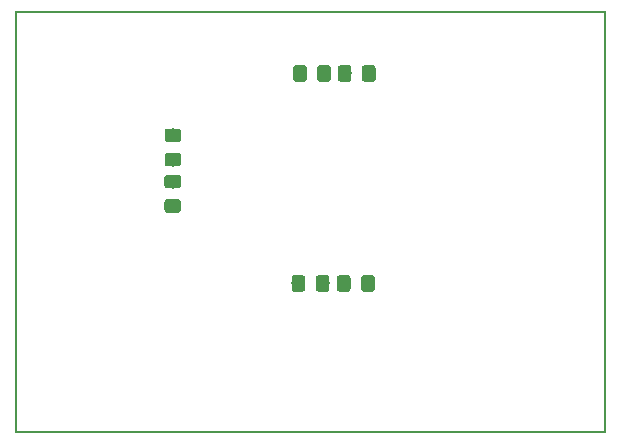
<source format=gbr>
G04 #@! TF.GenerationSoftware,KiCad,Pcbnew,(5.0.2)-1*
G04 #@! TF.CreationDate,2019-03-26T15:17:44-05:00*
G04 #@! TF.ProjectId,currentsense,63757272-656e-4747-9365-6e73652e6b69,rev?*
G04 #@! TF.SameCoordinates,Original*
G04 #@! TF.FileFunction,Paste,Top*
G04 #@! TF.FilePolarity,Positive*
%FSLAX46Y46*%
G04 Gerber Fmt 4.6, Leading zero omitted, Abs format (unit mm)*
G04 Created by KiCad (PCBNEW (5.0.2)-1) date 3/26/2019 3:17:44 PM*
%MOMM*%
%LPD*%
G01*
G04 APERTURE LIST*
%ADD10C,0.200000*%
%ADD11C,0.100000*%
%ADD12C,1.150000*%
G04 APERTURE END LIST*
D10*
X158470600Y-57480200D02*
X108597700Y-57480200D01*
X158483300Y-93091000D02*
X158483300Y-57467500D01*
X108597700Y-93091000D02*
X158483300Y-93091000D01*
X108597700Y-57467500D02*
X108597700Y-93091000D01*
D11*
G04 #@! TO.C,R3*
G36*
X132983005Y-62013804D02*
X133007273Y-62017404D01*
X133031072Y-62023365D01*
X133054171Y-62031630D01*
X133076350Y-62042120D01*
X133097393Y-62054732D01*
X133117099Y-62069347D01*
X133135277Y-62085823D01*
X133151753Y-62104001D01*
X133166368Y-62123707D01*
X133178980Y-62144750D01*
X133189470Y-62166929D01*
X133197735Y-62190028D01*
X133203696Y-62213827D01*
X133207296Y-62238095D01*
X133208500Y-62262599D01*
X133208500Y-63162601D01*
X133207296Y-63187105D01*
X133203696Y-63211373D01*
X133197735Y-63235172D01*
X133189470Y-63258271D01*
X133178980Y-63280450D01*
X133166368Y-63301493D01*
X133151753Y-63321199D01*
X133135277Y-63339377D01*
X133117099Y-63355853D01*
X133097393Y-63370468D01*
X133076350Y-63383080D01*
X133054171Y-63393570D01*
X133031072Y-63401835D01*
X133007273Y-63407796D01*
X132983005Y-63411396D01*
X132958501Y-63412600D01*
X132308499Y-63412600D01*
X132283995Y-63411396D01*
X132259727Y-63407796D01*
X132235928Y-63401835D01*
X132212829Y-63393570D01*
X132190650Y-63383080D01*
X132169607Y-63370468D01*
X132149901Y-63355853D01*
X132131723Y-63339377D01*
X132115247Y-63321199D01*
X132100632Y-63301493D01*
X132088020Y-63280450D01*
X132077530Y-63258271D01*
X132069265Y-63235172D01*
X132063304Y-63211373D01*
X132059704Y-63187105D01*
X132058500Y-63162601D01*
X132058500Y-62262599D01*
X132059704Y-62238095D01*
X132063304Y-62213827D01*
X132069265Y-62190028D01*
X132077530Y-62166929D01*
X132088020Y-62144750D01*
X132100632Y-62123707D01*
X132115247Y-62104001D01*
X132131723Y-62085823D01*
X132149901Y-62069347D01*
X132169607Y-62054732D01*
X132190650Y-62042120D01*
X132212829Y-62031630D01*
X132235928Y-62023365D01*
X132259727Y-62017404D01*
X132283995Y-62013804D01*
X132308499Y-62012600D01*
X132958501Y-62012600D01*
X132983005Y-62013804D01*
X132983005Y-62013804D01*
G37*
D12*
X132633500Y-62712600D03*
D11*
G36*
X135033005Y-62013804D02*
X135057273Y-62017404D01*
X135081072Y-62023365D01*
X135104171Y-62031630D01*
X135126350Y-62042120D01*
X135147393Y-62054732D01*
X135167099Y-62069347D01*
X135185277Y-62085823D01*
X135201753Y-62104001D01*
X135216368Y-62123707D01*
X135228980Y-62144750D01*
X135239470Y-62166929D01*
X135247735Y-62190028D01*
X135253696Y-62213827D01*
X135257296Y-62238095D01*
X135258500Y-62262599D01*
X135258500Y-63162601D01*
X135257296Y-63187105D01*
X135253696Y-63211373D01*
X135247735Y-63235172D01*
X135239470Y-63258271D01*
X135228980Y-63280450D01*
X135216368Y-63301493D01*
X135201753Y-63321199D01*
X135185277Y-63339377D01*
X135167099Y-63355853D01*
X135147393Y-63370468D01*
X135126350Y-63383080D01*
X135104171Y-63393570D01*
X135081072Y-63401835D01*
X135057273Y-63407796D01*
X135033005Y-63411396D01*
X135008501Y-63412600D01*
X134358499Y-63412600D01*
X134333995Y-63411396D01*
X134309727Y-63407796D01*
X134285928Y-63401835D01*
X134262829Y-63393570D01*
X134240650Y-63383080D01*
X134219607Y-63370468D01*
X134199901Y-63355853D01*
X134181723Y-63339377D01*
X134165247Y-63321199D01*
X134150632Y-63301493D01*
X134138020Y-63280450D01*
X134127530Y-63258271D01*
X134119265Y-63235172D01*
X134113304Y-63211373D01*
X134109704Y-63187105D01*
X134108500Y-63162601D01*
X134108500Y-62262599D01*
X134109704Y-62238095D01*
X134113304Y-62213827D01*
X134119265Y-62190028D01*
X134127530Y-62166929D01*
X134138020Y-62144750D01*
X134150632Y-62123707D01*
X134165247Y-62104001D01*
X134181723Y-62085823D01*
X134199901Y-62069347D01*
X134219607Y-62054732D01*
X134240650Y-62042120D01*
X134262829Y-62031630D01*
X134285928Y-62023365D01*
X134309727Y-62017404D01*
X134333995Y-62013804D01*
X134358499Y-62012600D01*
X135008501Y-62012600D01*
X135033005Y-62013804D01*
X135033005Y-62013804D01*
G37*
D12*
X134683500Y-62712600D03*
G04 #@! TD*
D11*
G04 #@! TO.C,R4*
G36*
X138746705Y-79793804D02*
X138770973Y-79797404D01*
X138794772Y-79803365D01*
X138817871Y-79811630D01*
X138840050Y-79822120D01*
X138861093Y-79834732D01*
X138880799Y-79849347D01*
X138898977Y-79865823D01*
X138915453Y-79884001D01*
X138930068Y-79903707D01*
X138942680Y-79924750D01*
X138953170Y-79946929D01*
X138961435Y-79970028D01*
X138967396Y-79993827D01*
X138970996Y-80018095D01*
X138972200Y-80042599D01*
X138972200Y-80942601D01*
X138970996Y-80967105D01*
X138967396Y-80991373D01*
X138961435Y-81015172D01*
X138953170Y-81038271D01*
X138942680Y-81060450D01*
X138930068Y-81081493D01*
X138915453Y-81101199D01*
X138898977Y-81119377D01*
X138880799Y-81135853D01*
X138861093Y-81150468D01*
X138840050Y-81163080D01*
X138817871Y-81173570D01*
X138794772Y-81181835D01*
X138770973Y-81187796D01*
X138746705Y-81191396D01*
X138722201Y-81192600D01*
X138072199Y-81192600D01*
X138047695Y-81191396D01*
X138023427Y-81187796D01*
X137999628Y-81181835D01*
X137976529Y-81173570D01*
X137954350Y-81163080D01*
X137933307Y-81150468D01*
X137913601Y-81135853D01*
X137895423Y-81119377D01*
X137878947Y-81101199D01*
X137864332Y-81081493D01*
X137851720Y-81060450D01*
X137841230Y-81038271D01*
X137832965Y-81015172D01*
X137827004Y-80991373D01*
X137823404Y-80967105D01*
X137822200Y-80942601D01*
X137822200Y-80042599D01*
X137823404Y-80018095D01*
X137827004Y-79993827D01*
X137832965Y-79970028D01*
X137841230Y-79946929D01*
X137851720Y-79924750D01*
X137864332Y-79903707D01*
X137878947Y-79884001D01*
X137895423Y-79865823D01*
X137913601Y-79849347D01*
X137933307Y-79834732D01*
X137954350Y-79822120D01*
X137976529Y-79811630D01*
X137999628Y-79803365D01*
X138023427Y-79797404D01*
X138047695Y-79793804D01*
X138072199Y-79792600D01*
X138722201Y-79792600D01*
X138746705Y-79793804D01*
X138746705Y-79793804D01*
G37*
D12*
X138397200Y-80492600D03*
D11*
G36*
X136696705Y-79793804D02*
X136720973Y-79797404D01*
X136744772Y-79803365D01*
X136767871Y-79811630D01*
X136790050Y-79822120D01*
X136811093Y-79834732D01*
X136830799Y-79849347D01*
X136848977Y-79865823D01*
X136865453Y-79884001D01*
X136880068Y-79903707D01*
X136892680Y-79924750D01*
X136903170Y-79946929D01*
X136911435Y-79970028D01*
X136917396Y-79993827D01*
X136920996Y-80018095D01*
X136922200Y-80042599D01*
X136922200Y-80942601D01*
X136920996Y-80967105D01*
X136917396Y-80991373D01*
X136911435Y-81015172D01*
X136903170Y-81038271D01*
X136892680Y-81060450D01*
X136880068Y-81081493D01*
X136865453Y-81101199D01*
X136848977Y-81119377D01*
X136830799Y-81135853D01*
X136811093Y-81150468D01*
X136790050Y-81163080D01*
X136767871Y-81173570D01*
X136744772Y-81181835D01*
X136720973Y-81187796D01*
X136696705Y-81191396D01*
X136672201Y-81192600D01*
X136022199Y-81192600D01*
X135997695Y-81191396D01*
X135973427Y-81187796D01*
X135949628Y-81181835D01*
X135926529Y-81173570D01*
X135904350Y-81163080D01*
X135883307Y-81150468D01*
X135863601Y-81135853D01*
X135845423Y-81119377D01*
X135828947Y-81101199D01*
X135814332Y-81081493D01*
X135801720Y-81060450D01*
X135791230Y-81038271D01*
X135782965Y-81015172D01*
X135777004Y-80991373D01*
X135773404Y-80967105D01*
X135772200Y-80942601D01*
X135772200Y-80042599D01*
X135773404Y-80018095D01*
X135777004Y-79993827D01*
X135782965Y-79970028D01*
X135791230Y-79946929D01*
X135801720Y-79924750D01*
X135814332Y-79903707D01*
X135828947Y-79884001D01*
X135845423Y-79865823D01*
X135863601Y-79849347D01*
X135883307Y-79834732D01*
X135904350Y-79822120D01*
X135926529Y-79811630D01*
X135949628Y-79803365D01*
X135973427Y-79797404D01*
X135997695Y-79793804D01*
X136022199Y-79792600D01*
X136672201Y-79792600D01*
X136696705Y-79793804D01*
X136696705Y-79793804D01*
G37*
D12*
X136347200Y-80492600D03*
G04 #@! TD*
D11*
G04 #@! TO.C,R5*
G36*
X132856005Y-79793804D02*
X132880273Y-79797404D01*
X132904072Y-79803365D01*
X132927171Y-79811630D01*
X132949350Y-79822120D01*
X132970393Y-79834732D01*
X132990099Y-79849347D01*
X133008277Y-79865823D01*
X133024753Y-79884001D01*
X133039368Y-79903707D01*
X133051980Y-79924750D01*
X133062470Y-79946929D01*
X133070735Y-79970028D01*
X133076696Y-79993827D01*
X133080296Y-80018095D01*
X133081500Y-80042599D01*
X133081500Y-80942601D01*
X133080296Y-80967105D01*
X133076696Y-80991373D01*
X133070735Y-81015172D01*
X133062470Y-81038271D01*
X133051980Y-81060450D01*
X133039368Y-81081493D01*
X133024753Y-81101199D01*
X133008277Y-81119377D01*
X132990099Y-81135853D01*
X132970393Y-81150468D01*
X132949350Y-81163080D01*
X132927171Y-81173570D01*
X132904072Y-81181835D01*
X132880273Y-81187796D01*
X132856005Y-81191396D01*
X132831501Y-81192600D01*
X132181499Y-81192600D01*
X132156995Y-81191396D01*
X132132727Y-81187796D01*
X132108928Y-81181835D01*
X132085829Y-81173570D01*
X132063650Y-81163080D01*
X132042607Y-81150468D01*
X132022901Y-81135853D01*
X132004723Y-81119377D01*
X131988247Y-81101199D01*
X131973632Y-81081493D01*
X131961020Y-81060450D01*
X131950530Y-81038271D01*
X131942265Y-81015172D01*
X131936304Y-80991373D01*
X131932704Y-80967105D01*
X131931500Y-80942601D01*
X131931500Y-80042599D01*
X131932704Y-80018095D01*
X131936304Y-79993827D01*
X131942265Y-79970028D01*
X131950530Y-79946929D01*
X131961020Y-79924750D01*
X131973632Y-79903707D01*
X131988247Y-79884001D01*
X132004723Y-79865823D01*
X132022901Y-79849347D01*
X132042607Y-79834732D01*
X132063650Y-79822120D01*
X132085829Y-79811630D01*
X132108928Y-79803365D01*
X132132727Y-79797404D01*
X132156995Y-79793804D01*
X132181499Y-79792600D01*
X132831501Y-79792600D01*
X132856005Y-79793804D01*
X132856005Y-79793804D01*
G37*
D12*
X132506500Y-80492600D03*
D11*
G36*
X134906005Y-79793804D02*
X134930273Y-79797404D01*
X134954072Y-79803365D01*
X134977171Y-79811630D01*
X134999350Y-79822120D01*
X135020393Y-79834732D01*
X135040099Y-79849347D01*
X135058277Y-79865823D01*
X135074753Y-79884001D01*
X135089368Y-79903707D01*
X135101980Y-79924750D01*
X135112470Y-79946929D01*
X135120735Y-79970028D01*
X135126696Y-79993827D01*
X135130296Y-80018095D01*
X135131500Y-80042599D01*
X135131500Y-80942601D01*
X135130296Y-80967105D01*
X135126696Y-80991373D01*
X135120735Y-81015172D01*
X135112470Y-81038271D01*
X135101980Y-81060450D01*
X135089368Y-81081493D01*
X135074753Y-81101199D01*
X135058277Y-81119377D01*
X135040099Y-81135853D01*
X135020393Y-81150468D01*
X134999350Y-81163080D01*
X134977171Y-81173570D01*
X134954072Y-81181835D01*
X134930273Y-81187796D01*
X134906005Y-81191396D01*
X134881501Y-81192600D01*
X134231499Y-81192600D01*
X134206995Y-81191396D01*
X134182727Y-81187796D01*
X134158928Y-81181835D01*
X134135829Y-81173570D01*
X134113650Y-81163080D01*
X134092607Y-81150468D01*
X134072901Y-81135853D01*
X134054723Y-81119377D01*
X134038247Y-81101199D01*
X134023632Y-81081493D01*
X134011020Y-81060450D01*
X134000530Y-81038271D01*
X133992265Y-81015172D01*
X133986304Y-80991373D01*
X133982704Y-80967105D01*
X133981500Y-80942601D01*
X133981500Y-80042599D01*
X133982704Y-80018095D01*
X133986304Y-79993827D01*
X133992265Y-79970028D01*
X134000530Y-79946929D01*
X134011020Y-79924750D01*
X134023632Y-79903707D01*
X134038247Y-79884001D01*
X134054723Y-79865823D01*
X134072901Y-79849347D01*
X134092607Y-79834732D01*
X134113650Y-79822120D01*
X134135829Y-79811630D01*
X134158928Y-79803365D01*
X134182727Y-79797404D01*
X134206995Y-79793804D01*
X134231499Y-79792600D01*
X134881501Y-79792600D01*
X134906005Y-79793804D01*
X134906005Y-79793804D01*
G37*
D12*
X134556500Y-80492600D03*
G04 #@! TD*
D11*
G04 #@! TO.C,R6*
G36*
X138817605Y-62013804D02*
X138841873Y-62017404D01*
X138865672Y-62023365D01*
X138888771Y-62031630D01*
X138910950Y-62042120D01*
X138931993Y-62054732D01*
X138951699Y-62069347D01*
X138969877Y-62085823D01*
X138986353Y-62104001D01*
X139000968Y-62123707D01*
X139013580Y-62144750D01*
X139024070Y-62166929D01*
X139032335Y-62190028D01*
X139038296Y-62213827D01*
X139041896Y-62238095D01*
X139043100Y-62262599D01*
X139043100Y-63162601D01*
X139041896Y-63187105D01*
X139038296Y-63211373D01*
X139032335Y-63235172D01*
X139024070Y-63258271D01*
X139013580Y-63280450D01*
X139000968Y-63301493D01*
X138986353Y-63321199D01*
X138969877Y-63339377D01*
X138951699Y-63355853D01*
X138931993Y-63370468D01*
X138910950Y-63383080D01*
X138888771Y-63393570D01*
X138865672Y-63401835D01*
X138841873Y-63407796D01*
X138817605Y-63411396D01*
X138793101Y-63412600D01*
X138143099Y-63412600D01*
X138118595Y-63411396D01*
X138094327Y-63407796D01*
X138070528Y-63401835D01*
X138047429Y-63393570D01*
X138025250Y-63383080D01*
X138004207Y-63370468D01*
X137984501Y-63355853D01*
X137966323Y-63339377D01*
X137949847Y-63321199D01*
X137935232Y-63301493D01*
X137922620Y-63280450D01*
X137912130Y-63258271D01*
X137903865Y-63235172D01*
X137897904Y-63211373D01*
X137894304Y-63187105D01*
X137893100Y-63162601D01*
X137893100Y-62262599D01*
X137894304Y-62238095D01*
X137897904Y-62213827D01*
X137903865Y-62190028D01*
X137912130Y-62166929D01*
X137922620Y-62144750D01*
X137935232Y-62123707D01*
X137949847Y-62104001D01*
X137966323Y-62085823D01*
X137984501Y-62069347D01*
X138004207Y-62054732D01*
X138025250Y-62042120D01*
X138047429Y-62031630D01*
X138070528Y-62023365D01*
X138094327Y-62017404D01*
X138118595Y-62013804D01*
X138143099Y-62012600D01*
X138793101Y-62012600D01*
X138817605Y-62013804D01*
X138817605Y-62013804D01*
G37*
D12*
X138468100Y-62712600D03*
D11*
G36*
X136767605Y-62013804D02*
X136791873Y-62017404D01*
X136815672Y-62023365D01*
X136838771Y-62031630D01*
X136860950Y-62042120D01*
X136881993Y-62054732D01*
X136901699Y-62069347D01*
X136919877Y-62085823D01*
X136936353Y-62104001D01*
X136950968Y-62123707D01*
X136963580Y-62144750D01*
X136974070Y-62166929D01*
X136982335Y-62190028D01*
X136988296Y-62213827D01*
X136991896Y-62238095D01*
X136993100Y-62262599D01*
X136993100Y-63162601D01*
X136991896Y-63187105D01*
X136988296Y-63211373D01*
X136982335Y-63235172D01*
X136974070Y-63258271D01*
X136963580Y-63280450D01*
X136950968Y-63301493D01*
X136936353Y-63321199D01*
X136919877Y-63339377D01*
X136901699Y-63355853D01*
X136881993Y-63370468D01*
X136860950Y-63383080D01*
X136838771Y-63393570D01*
X136815672Y-63401835D01*
X136791873Y-63407796D01*
X136767605Y-63411396D01*
X136743101Y-63412600D01*
X136093099Y-63412600D01*
X136068595Y-63411396D01*
X136044327Y-63407796D01*
X136020528Y-63401835D01*
X135997429Y-63393570D01*
X135975250Y-63383080D01*
X135954207Y-63370468D01*
X135934501Y-63355853D01*
X135916323Y-63339377D01*
X135899847Y-63321199D01*
X135885232Y-63301493D01*
X135872620Y-63280450D01*
X135862130Y-63258271D01*
X135853865Y-63235172D01*
X135847904Y-63211373D01*
X135844304Y-63187105D01*
X135843100Y-63162601D01*
X135843100Y-62262599D01*
X135844304Y-62238095D01*
X135847904Y-62213827D01*
X135853865Y-62190028D01*
X135862130Y-62166929D01*
X135872620Y-62144750D01*
X135885232Y-62123707D01*
X135899847Y-62104001D01*
X135916323Y-62085823D01*
X135934501Y-62069347D01*
X135954207Y-62054732D01*
X135975250Y-62042120D01*
X135997429Y-62031630D01*
X136020528Y-62023365D01*
X136044327Y-62017404D01*
X136068595Y-62013804D01*
X136093099Y-62012600D01*
X136743101Y-62012600D01*
X136767605Y-62013804D01*
X136767605Y-62013804D01*
G37*
D12*
X136418100Y-62712600D03*
G04 #@! TD*
D11*
G04 #@! TO.C,R2*
G36*
X122343705Y-73349204D02*
X122367973Y-73352804D01*
X122391772Y-73358765D01*
X122414871Y-73367030D01*
X122437050Y-73377520D01*
X122458093Y-73390132D01*
X122477799Y-73404747D01*
X122495977Y-73421223D01*
X122512453Y-73439401D01*
X122527068Y-73459107D01*
X122539680Y-73480150D01*
X122550170Y-73502329D01*
X122558435Y-73525428D01*
X122564396Y-73549227D01*
X122567996Y-73573495D01*
X122569200Y-73597999D01*
X122569200Y-74248001D01*
X122567996Y-74272505D01*
X122564396Y-74296773D01*
X122558435Y-74320572D01*
X122550170Y-74343671D01*
X122539680Y-74365850D01*
X122527068Y-74386893D01*
X122512453Y-74406599D01*
X122495977Y-74424777D01*
X122477799Y-74441253D01*
X122458093Y-74455868D01*
X122437050Y-74468480D01*
X122414871Y-74478970D01*
X122391772Y-74487235D01*
X122367973Y-74493196D01*
X122343705Y-74496796D01*
X122319201Y-74498000D01*
X121419199Y-74498000D01*
X121394695Y-74496796D01*
X121370427Y-74493196D01*
X121346628Y-74487235D01*
X121323529Y-74478970D01*
X121301350Y-74468480D01*
X121280307Y-74455868D01*
X121260601Y-74441253D01*
X121242423Y-74424777D01*
X121225947Y-74406599D01*
X121211332Y-74386893D01*
X121198720Y-74365850D01*
X121188230Y-74343671D01*
X121179965Y-74320572D01*
X121174004Y-74296773D01*
X121170404Y-74272505D01*
X121169200Y-74248001D01*
X121169200Y-73597999D01*
X121170404Y-73573495D01*
X121174004Y-73549227D01*
X121179965Y-73525428D01*
X121188230Y-73502329D01*
X121198720Y-73480150D01*
X121211332Y-73459107D01*
X121225947Y-73439401D01*
X121242423Y-73421223D01*
X121260601Y-73404747D01*
X121280307Y-73390132D01*
X121301350Y-73377520D01*
X121323529Y-73367030D01*
X121346628Y-73358765D01*
X121370427Y-73352804D01*
X121394695Y-73349204D01*
X121419199Y-73348000D01*
X122319201Y-73348000D01*
X122343705Y-73349204D01*
X122343705Y-73349204D01*
G37*
D12*
X121869200Y-73923000D03*
D11*
G36*
X122343705Y-71299204D02*
X122367973Y-71302804D01*
X122391772Y-71308765D01*
X122414871Y-71317030D01*
X122437050Y-71327520D01*
X122458093Y-71340132D01*
X122477799Y-71354747D01*
X122495977Y-71371223D01*
X122512453Y-71389401D01*
X122527068Y-71409107D01*
X122539680Y-71430150D01*
X122550170Y-71452329D01*
X122558435Y-71475428D01*
X122564396Y-71499227D01*
X122567996Y-71523495D01*
X122569200Y-71547999D01*
X122569200Y-72198001D01*
X122567996Y-72222505D01*
X122564396Y-72246773D01*
X122558435Y-72270572D01*
X122550170Y-72293671D01*
X122539680Y-72315850D01*
X122527068Y-72336893D01*
X122512453Y-72356599D01*
X122495977Y-72374777D01*
X122477799Y-72391253D01*
X122458093Y-72405868D01*
X122437050Y-72418480D01*
X122414871Y-72428970D01*
X122391772Y-72437235D01*
X122367973Y-72443196D01*
X122343705Y-72446796D01*
X122319201Y-72448000D01*
X121419199Y-72448000D01*
X121394695Y-72446796D01*
X121370427Y-72443196D01*
X121346628Y-72437235D01*
X121323529Y-72428970D01*
X121301350Y-72418480D01*
X121280307Y-72405868D01*
X121260601Y-72391253D01*
X121242423Y-72374777D01*
X121225947Y-72356599D01*
X121211332Y-72336893D01*
X121198720Y-72315850D01*
X121188230Y-72293671D01*
X121179965Y-72270572D01*
X121174004Y-72246773D01*
X121170404Y-72222505D01*
X121169200Y-72198001D01*
X121169200Y-71547999D01*
X121170404Y-71523495D01*
X121174004Y-71499227D01*
X121179965Y-71475428D01*
X121188230Y-71452329D01*
X121198720Y-71430150D01*
X121211332Y-71409107D01*
X121225947Y-71389401D01*
X121242423Y-71371223D01*
X121260601Y-71354747D01*
X121280307Y-71340132D01*
X121301350Y-71327520D01*
X121323529Y-71317030D01*
X121346628Y-71308765D01*
X121370427Y-71302804D01*
X121394695Y-71299204D01*
X121419199Y-71298000D01*
X122319201Y-71298000D01*
X122343705Y-71299204D01*
X122343705Y-71299204D01*
G37*
D12*
X121869200Y-71873000D03*
G04 #@! TD*
D11*
G04 #@! TO.C,R1*
G36*
X122356405Y-69428604D02*
X122380673Y-69432204D01*
X122404472Y-69438165D01*
X122427571Y-69446430D01*
X122449750Y-69456920D01*
X122470793Y-69469532D01*
X122490499Y-69484147D01*
X122508677Y-69500623D01*
X122525153Y-69518801D01*
X122539768Y-69538507D01*
X122552380Y-69559550D01*
X122562870Y-69581729D01*
X122571135Y-69604828D01*
X122577096Y-69628627D01*
X122580696Y-69652895D01*
X122581900Y-69677399D01*
X122581900Y-70327401D01*
X122580696Y-70351905D01*
X122577096Y-70376173D01*
X122571135Y-70399972D01*
X122562870Y-70423071D01*
X122552380Y-70445250D01*
X122539768Y-70466293D01*
X122525153Y-70485999D01*
X122508677Y-70504177D01*
X122490499Y-70520653D01*
X122470793Y-70535268D01*
X122449750Y-70547880D01*
X122427571Y-70558370D01*
X122404472Y-70566635D01*
X122380673Y-70572596D01*
X122356405Y-70576196D01*
X122331901Y-70577400D01*
X121431899Y-70577400D01*
X121407395Y-70576196D01*
X121383127Y-70572596D01*
X121359328Y-70566635D01*
X121336229Y-70558370D01*
X121314050Y-70547880D01*
X121293007Y-70535268D01*
X121273301Y-70520653D01*
X121255123Y-70504177D01*
X121238647Y-70485999D01*
X121224032Y-70466293D01*
X121211420Y-70445250D01*
X121200930Y-70423071D01*
X121192665Y-70399972D01*
X121186704Y-70376173D01*
X121183104Y-70351905D01*
X121181900Y-70327401D01*
X121181900Y-69677399D01*
X121183104Y-69652895D01*
X121186704Y-69628627D01*
X121192665Y-69604828D01*
X121200930Y-69581729D01*
X121211420Y-69559550D01*
X121224032Y-69538507D01*
X121238647Y-69518801D01*
X121255123Y-69500623D01*
X121273301Y-69484147D01*
X121293007Y-69469532D01*
X121314050Y-69456920D01*
X121336229Y-69446430D01*
X121359328Y-69438165D01*
X121383127Y-69432204D01*
X121407395Y-69428604D01*
X121431899Y-69427400D01*
X122331901Y-69427400D01*
X122356405Y-69428604D01*
X122356405Y-69428604D01*
G37*
D12*
X121881900Y-70002400D03*
D11*
G36*
X122356405Y-67378604D02*
X122380673Y-67382204D01*
X122404472Y-67388165D01*
X122427571Y-67396430D01*
X122449750Y-67406920D01*
X122470793Y-67419532D01*
X122490499Y-67434147D01*
X122508677Y-67450623D01*
X122525153Y-67468801D01*
X122539768Y-67488507D01*
X122552380Y-67509550D01*
X122562870Y-67531729D01*
X122571135Y-67554828D01*
X122577096Y-67578627D01*
X122580696Y-67602895D01*
X122581900Y-67627399D01*
X122581900Y-68277401D01*
X122580696Y-68301905D01*
X122577096Y-68326173D01*
X122571135Y-68349972D01*
X122562870Y-68373071D01*
X122552380Y-68395250D01*
X122539768Y-68416293D01*
X122525153Y-68435999D01*
X122508677Y-68454177D01*
X122490499Y-68470653D01*
X122470793Y-68485268D01*
X122449750Y-68497880D01*
X122427571Y-68508370D01*
X122404472Y-68516635D01*
X122380673Y-68522596D01*
X122356405Y-68526196D01*
X122331901Y-68527400D01*
X121431899Y-68527400D01*
X121407395Y-68526196D01*
X121383127Y-68522596D01*
X121359328Y-68516635D01*
X121336229Y-68508370D01*
X121314050Y-68497880D01*
X121293007Y-68485268D01*
X121273301Y-68470653D01*
X121255123Y-68454177D01*
X121238647Y-68435999D01*
X121224032Y-68416293D01*
X121211420Y-68395250D01*
X121200930Y-68373071D01*
X121192665Y-68349972D01*
X121186704Y-68326173D01*
X121183104Y-68301905D01*
X121181900Y-68277401D01*
X121181900Y-67627399D01*
X121183104Y-67602895D01*
X121186704Y-67578627D01*
X121192665Y-67554828D01*
X121200930Y-67531729D01*
X121211420Y-67509550D01*
X121224032Y-67488507D01*
X121238647Y-67468801D01*
X121255123Y-67450623D01*
X121273301Y-67434147D01*
X121293007Y-67419532D01*
X121314050Y-67406920D01*
X121336229Y-67396430D01*
X121359328Y-67388165D01*
X121383127Y-67382204D01*
X121407395Y-67378604D01*
X121431899Y-67377400D01*
X122331901Y-67377400D01*
X122356405Y-67378604D01*
X122356405Y-67378604D01*
G37*
D12*
X121881900Y-67952400D03*
G04 #@! TD*
M02*

</source>
